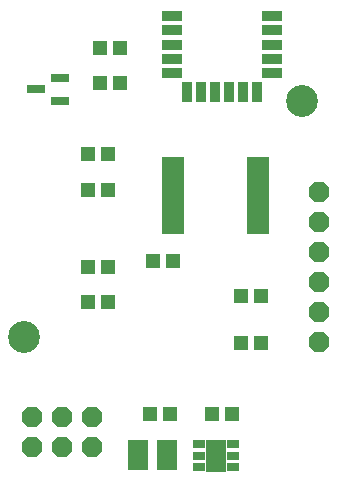
<source format=gbr>
G04 EAGLE Gerber RS-274X export*
G75*
%MOMM*%
%FSLAX34Y34*%
%LPD*%
%INSoldermask Bottom*%
%IPPOS*%
%AMOC8*
5,1,8,0,0,1.08239X$1,22.5*%
G01*
%ADD10C,2.703200*%
%ADD11R,1.303200X1.203200*%
%ADD12R,1.203200X1.303200*%
%ADD13R,1.053200X0.653200*%
%ADD14R,1.803200X2.703200*%
%ADD15R,1.905200X0.678400*%
%ADD16R,1.501400X0.800300*%
%ADD17R,1.745200X0.861900*%
%ADD18P,1.869504X8X112.500000*%
%ADD19P,1.869504X8X22.500000*%
%ADD20R,1.703200X0.903200*%
%ADD21R,0.903200X1.703200*%


D10*
X262500Y320000D03*
X27500Y120000D03*
D11*
X108500Y335000D03*
X91500Y335000D03*
X108500Y365000D03*
X91500Y365000D03*
X153500Y185000D03*
X136500Y185000D03*
X81500Y150000D03*
X98500Y150000D03*
D12*
X98500Y180000D03*
X81500Y180000D03*
D13*
X204500Y30000D03*
X204500Y20000D03*
X204500Y10000D03*
X175500Y10000D03*
X175500Y20000D03*
X175500Y30000D03*
D14*
X190000Y20000D03*
D11*
X186500Y55000D03*
X203500Y55000D03*
D12*
X228500Y115000D03*
X211500Y115000D03*
X228500Y155000D03*
X211500Y155000D03*
D15*
X153971Y210750D03*
X153971Y217250D03*
X153971Y223750D03*
X153971Y230250D03*
X153971Y236750D03*
X153971Y243250D03*
X153971Y249750D03*
X153971Y256250D03*
X153971Y262750D03*
X153971Y269250D03*
X226029Y269250D03*
X226029Y262750D03*
X226029Y256250D03*
X226029Y249750D03*
X226029Y243250D03*
X226029Y236750D03*
X226029Y230250D03*
X226029Y223750D03*
X226029Y217250D03*
X226029Y210750D03*
D16*
X57766Y339500D03*
X57766Y320500D03*
X37234Y330000D03*
D17*
X148936Y29240D03*
X148936Y20400D03*
X148936Y11560D03*
X123664Y11560D03*
X123664Y20400D03*
X123664Y29240D03*
D12*
X98500Y245000D03*
X81500Y245000D03*
D11*
X98500Y275000D03*
X81500Y275000D03*
X134000Y55000D03*
X151000Y55000D03*
D18*
X277000Y116500D03*
X277000Y141900D03*
X277000Y167300D03*
X277000Y192700D03*
X277000Y218100D03*
X277000Y243500D03*
D19*
X34600Y27300D03*
X34600Y52700D03*
X60000Y27300D03*
X60000Y52700D03*
X85400Y27300D03*
X85400Y52700D03*
D20*
X237600Y343900D03*
X237600Y355900D03*
X237600Y367900D03*
X237600Y379900D03*
X237600Y391900D03*
D21*
X225100Y327400D03*
X213100Y327400D03*
X201100Y327400D03*
X189100Y327400D03*
X177100Y327400D03*
X165100Y327400D03*
D20*
X152600Y343900D03*
X152600Y355900D03*
X152600Y367900D03*
X152600Y379900D03*
X152600Y391900D03*
M02*

</source>
